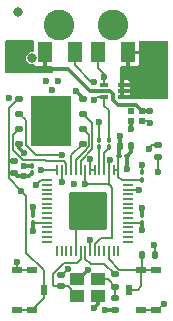
<source format=gtl>
G04 #@! TF.GenerationSoftware,KiCad,Pcbnew,(6.0.5-0)*
G04 #@! TF.CreationDate,2022-09-21T23:51:34-04:00*
G04 #@! TF.ProjectId,pico_ducky_pcb,7069636f-5f64-4756-936b-795f7063622e,rev?*
G04 #@! TF.SameCoordinates,Original*
G04 #@! TF.FileFunction,Copper,L1,Top*
G04 #@! TF.FilePolarity,Positive*
%FSLAX46Y46*%
G04 Gerber Fmt 4.6, Leading zero omitted, Abs format (unit mm)*
G04 Created by KiCad (PCBNEW (6.0.5-0)) date 2022-09-21 23:51:34*
%MOMM*%
%LPD*%
G01*
G04 APERTURE LIST*
G04 Aperture macros list*
%AMRoundRect*
0 Rectangle with rounded corners*
0 $1 Rounding radius*
0 $2 $3 $4 $5 $6 $7 $8 $9 X,Y pos of 4 corners*
0 Add a 4 corners polygon primitive as box body*
4,1,4,$2,$3,$4,$5,$6,$7,$8,$9,$2,$3,0*
0 Add four circle primitives for the rounded corners*
1,1,$1+$1,$2,$3*
1,1,$1+$1,$4,$5*
1,1,$1+$1,$6,$7*
1,1,$1+$1,$8,$9*
0 Add four rect primitives between the rounded corners*
20,1,$1+$1,$2,$3,$4,$5,0*
20,1,$1+$1,$4,$5,$6,$7,0*
20,1,$1+$1,$6,$7,$8,$9,0*
20,1,$1+$1,$8,$9,$2,$3,0*%
G04 Aperture macros list end*
G04 #@! TA.AperFunction,SMDPad,CuDef*
%ADD10RoundRect,0.100000X-0.100000X0.130000X-0.100000X-0.130000X0.100000X-0.130000X0.100000X0.130000X0*%
G04 #@! TD*
G04 #@! TA.AperFunction,SMDPad,CuDef*
%ADD11R,0.812800X0.508000*%
G04 #@! TD*
G04 #@! TA.AperFunction,SMDPad,CuDef*
%ADD12R,0.508000X0.889000*%
G04 #@! TD*
G04 #@! TA.AperFunction,SMDPad,CuDef*
%ADD13R,0.500000X0.500000*%
G04 #@! TD*
G04 #@! TA.AperFunction,SMDPad,CuDef*
%ADD14RoundRect,0.125000X-0.250000X-0.125000X0.250000X-0.125000X0.250000X0.125000X-0.250000X0.125000X0*%
G04 #@! TD*
G04 #@! TA.AperFunction,SMDPad,CuDef*
%ADD15R,3.400000X4.300000*%
G04 #@! TD*
G04 #@! TA.AperFunction,SMDPad,CuDef*
%ADD16RoundRect,0.100000X0.100000X-0.130000X0.100000X0.130000X-0.100000X0.130000X-0.100000X-0.130000X0*%
G04 #@! TD*
G04 #@! TA.AperFunction,SMDPad,CuDef*
%ADD17RoundRect,0.100000X0.130000X0.100000X-0.130000X0.100000X-0.130000X-0.100000X0.130000X-0.100000X0*%
G04 #@! TD*
G04 #@! TA.AperFunction,SMDPad,CuDef*
%ADD18R,1.150000X1.000000*%
G04 #@! TD*
G04 #@! TA.AperFunction,SMDPad,CuDef*
%ADD19R,0.700000X0.340000*%
G04 #@! TD*
G04 #@! TA.AperFunction,SMDPad,CuDef*
%ADD20RoundRect,0.140000X0.170000X-0.140000X0.170000X0.140000X-0.170000X0.140000X-0.170000X-0.140000X0*%
G04 #@! TD*
G04 #@! TA.AperFunction,SMDPad,CuDef*
%ADD21RoundRect,0.050000X-0.387500X-0.050000X0.387500X-0.050000X0.387500X0.050000X-0.387500X0.050000X0*%
G04 #@! TD*
G04 #@! TA.AperFunction,SMDPad,CuDef*
%ADD22RoundRect,0.050000X-0.050000X-0.387500X0.050000X-0.387500X0.050000X0.387500X-0.050000X0.387500X0*%
G04 #@! TD*
G04 #@! TA.AperFunction,SMDPad,CuDef*
%ADD23RoundRect,0.144000X-1.456000X-1.456000X1.456000X-1.456000X1.456000X1.456000X-1.456000X1.456000X0*%
G04 #@! TD*
G04 #@! TA.AperFunction,ComponentPad*
%ADD24C,0.600000*%
G04 #@! TD*
G04 #@! TA.AperFunction,SMDPad,CuDef*
%ADD25RoundRect,0.135000X0.135000X0.185000X-0.135000X0.185000X-0.135000X-0.185000X0.135000X-0.185000X0*%
G04 #@! TD*
G04 #@! TA.AperFunction,SMDPad,CuDef*
%ADD26RoundRect,0.135000X0.185000X-0.135000X0.185000X0.135000X-0.185000X0.135000X-0.185000X-0.135000X0*%
G04 #@! TD*
G04 #@! TA.AperFunction,SMDPad,CuDef*
%ADD27RoundRect,0.140000X-0.170000X0.140000X-0.170000X-0.140000X0.170000X-0.140000X0.170000X0.140000X0*%
G04 #@! TD*
G04 #@! TA.AperFunction,SMDPad,CuDef*
%ADD28RoundRect,0.135000X-0.185000X0.135000X-0.185000X-0.135000X0.185000X-0.135000X0.185000X0.135000X0*%
G04 #@! TD*
G04 #@! TA.AperFunction,SMDPad,CuDef*
%ADD29RoundRect,0.140000X0.140000X0.170000X-0.140000X0.170000X-0.140000X-0.170000X0.140000X-0.170000X0*%
G04 #@! TD*
G04 #@! TA.AperFunction,SMDPad,CuDef*
%ADD30R,1.300000X1.700000*%
G04 #@! TD*
G04 #@! TA.AperFunction,ComponentPad*
%ADD31C,2.600000*%
G04 #@! TD*
G04 #@! TA.AperFunction,ViaPad*
%ADD32C,0.600000*%
G04 #@! TD*
G04 #@! TA.AperFunction,ViaPad*
%ADD33C,0.800000*%
G04 #@! TD*
G04 #@! TA.AperFunction,Conductor*
%ADD34C,0.150000*%
G04 #@! TD*
G04 #@! TA.AperFunction,Conductor*
%ADD35C,0.200000*%
G04 #@! TD*
G04 #@! TA.AperFunction,Conductor*
%ADD36C,0.300000*%
G04 #@! TD*
G04 APERTURE END LIST*
D10*
X91700000Y-54750000D03*
X91700000Y-55390000D03*
D11*
X81150001Y-62999998D03*
D12*
X83399999Y-64700000D03*
D11*
X81150001Y-66400002D03*
X82349999Y-66400002D03*
X82349999Y-62999998D03*
D13*
X90800000Y-50420000D03*
X91700000Y-50420000D03*
X91700000Y-49520000D03*
X90800000Y-49520000D03*
D14*
X81300000Y-48495000D03*
X81300000Y-49765000D03*
X81300000Y-51035000D03*
X81300000Y-52305000D03*
X86700000Y-52305000D03*
X86700000Y-51035000D03*
X86700000Y-49765000D03*
X86700000Y-48495000D03*
D15*
X84000000Y-50400000D03*
D16*
X88900000Y-52620000D03*
X88900000Y-51980000D03*
D17*
X90420000Y-53400000D03*
X89780000Y-53400000D03*
D18*
X86225000Y-65200000D03*
X87975000Y-65200000D03*
X87975000Y-63800000D03*
X86225000Y-63800000D03*
D19*
X88500000Y-47370000D03*
X88500000Y-47870000D03*
X88500000Y-48370000D03*
X90000000Y-48370000D03*
X90000000Y-47870000D03*
X90000000Y-47370000D03*
D10*
X82400000Y-54180000D03*
X82400000Y-54820000D03*
X82495000Y-58365000D03*
X82495000Y-59005000D03*
D20*
X89400000Y-66380000D03*
X89400000Y-65420000D03*
D21*
X83662500Y-55400000D03*
X83662500Y-55800000D03*
X83662500Y-56200000D03*
X83662500Y-56600000D03*
X83662500Y-57000000D03*
X83662500Y-57400000D03*
X83662500Y-57800000D03*
X83662500Y-58200000D03*
X83662500Y-58600000D03*
X83662500Y-59000000D03*
X83662500Y-59400000D03*
X83662500Y-59800000D03*
X83662500Y-60200000D03*
X83662500Y-60600000D03*
D22*
X84500000Y-61437500D03*
X84900000Y-61437500D03*
X85300000Y-61437500D03*
X85700000Y-61437500D03*
X86100000Y-61437500D03*
X86500000Y-61437500D03*
X86900000Y-61437500D03*
X87300000Y-61437500D03*
X87700000Y-61437500D03*
X88100000Y-61437500D03*
X88500000Y-61437500D03*
X88900000Y-61437500D03*
X89300000Y-61437500D03*
X89700000Y-61437500D03*
D21*
X90537500Y-60600000D03*
X90537500Y-60200000D03*
X90537500Y-59800000D03*
X90537500Y-59400000D03*
X90537500Y-59000000D03*
X90537500Y-58600000D03*
X90537500Y-58200000D03*
X90537500Y-57800000D03*
X90537500Y-57400000D03*
X90537500Y-57000000D03*
X90537500Y-56600000D03*
X90537500Y-56200000D03*
X90537500Y-55800000D03*
X90537500Y-55400000D03*
D22*
X89700000Y-54562500D03*
X89300000Y-54562500D03*
X88900000Y-54562500D03*
X88500000Y-54562500D03*
X88100000Y-54562500D03*
X87700000Y-54562500D03*
X87300000Y-54562500D03*
X86900000Y-54562500D03*
X86500000Y-54562500D03*
X86100000Y-54562500D03*
X85700000Y-54562500D03*
X85300000Y-54562500D03*
X84900000Y-54562500D03*
X84500000Y-54562500D03*
D23*
X87100000Y-58000000D03*
D24*
X85825000Y-58000000D03*
X88375000Y-59275000D03*
X88375000Y-58000000D03*
X85825000Y-56725000D03*
X88375000Y-56725000D03*
X87100000Y-56725000D03*
X87100000Y-59275000D03*
X87100000Y-58000000D03*
X85825000Y-59275000D03*
D11*
X92849999Y-66400002D03*
X91650001Y-62999998D03*
X92849999Y-62999998D03*
D12*
X90600001Y-64700000D03*
D11*
X91650001Y-66400002D03*
D25*
X92760000Y-61700000D03*
X91740000Y-61700000D03*
D26*
X89400000Y-64410000D03*
X89400000Y-63390000D03*
D10*
X91700000Y-58380000D03*
X91700000Y-59020000D03*
D27*
X84800000Y-63420000D03*
X84800000Y-64380000D03*
D16*
X88100000Y-52620000D03*
X88100000Y-51980000D03*
D28*
X93050000Y-52460000D03*
X93050000Y-53480000D03*
D29*
X90780000Y-52500000D03*
X89820000Y-52500000D03*
D28*
X80900000Y-53790000D03*
X80900000Y-54810000D03*
D30*
X83500000Y-44595000D03*
X86000000Y-44595000D03*
X88000000Y-44595000D03*
X90500000Y-44595000D03*
D31*
X89250000Y-42245000D03*
X84650000Y-42245000D03*
D32*
X93550000Y-65860000D03*
X91500000Y-46620000D03*
X87100000Y-63030000D03*
X85950000Y-55750000D03*
X91500000Y-47870000D03*
X84000000Y-51500000D03*
D33*
X82350000Y-45070000D03*
D32*
X87625000Y-66205000D03*
X92750000Y-47870000D03*
X82495000Y-57685000D03*
X85150000Y-49130000D03*
X88585000Y-66380000D03*
X81150000Y-62335000D03*
X91700000Y-54110000D03*
X84000000Y-50500000D03*
X92750000Y-44120000D03*
X81700000Y-53100000D03*
X81680000Y-54180000D03*
X90450000Y-54470000D03*
X92750000Y-46620000D03*
X84000000Y-49500000D03*
X90800000Y-51080000D03*
X91700000Y-57800000D03*
X85420000Y-62960000D03*
X80440000Y-48480000D03*
D33*
X81220000Y-41150000D03*
D32*
X92750000Y-45370000D03*
X81950000Y-44170000D03*
X80950000Y-44170000D03*
X92350000Y-49520000D03*
X80950000Y-45070000D03*
X89800000Y-51700000D03*
X92750000Y-60870000D03*
X91700000Y-59600000D03*
X84550000Y-47020000D03*
X92250000Y-52730000D03*
X83550000Y-47020000D03*
X87300000Y-53650000D03*
X87300000Y-60500000D03*
X82695000Y-55835000D03*
X81700000Y-55050000D03*
X82495000Y-59695000D03*
X84050000Y-47770000D03*
X86080000Y-47870000D03*
X89000000Y-53700000D03*
X86900000Y-55750000D03*
X92350000Y-50570000D03*
X83160000Y-54560000D03*
X81467500Y-56327500D03*
X87610000Y-47070000D03*
X87610000Y-48620000D03*
X88500000Y-46660000D03*
X88100000Y-50510000D03*
X84890723Y-53300980D03*
X84900000Y-55550000D03*
X91480000Y-56200000D03*
X93050000Y-54720000D03*
D34*
X92849999Y-66400002D02*
X93009998Y-66400002D01*
X93009998Y-66400002D02*
X93550000Y-65860000D01*
D35*
X86100000Y-59550000D02*
X85825000Y-59275000D01*
D36*
X91700000Y-57800000D02*
X91700000Y-58380000D01*
D34*
X92849999Y-66400002D02*
X91650001Y-66400002D01*
D35*
X81150000Y-62335000D02*
X81150001Y-62999998D01*
X86100000Y-61437500D02*
X86100000Y-59550000D01*
D34*
X81150001Y-62999998D02*
X82349999Y-62999998D01*
D36*
X86330000Y-63800000D02*
X87100000Y-63030000D01*
D34*
X84960000Y-63420000D02*
X85420000Y-62960000D01*
D36*
X86225000Y-63800000D02*
X86330000Y-63800000D01*
X90420000Y-54440000D02*
X90450000Y-54470000D01*
X81300000Y-52305000D02*
X81300000Y-52700000D01*
X82400000Y-54180000D02*
X81680000Y-54180000D01*
D35*
X91700000Y-54750000D02*
X91700000Y-54110000D01*
D36*
X89400000Y-66380000D02*
X88585000Y-66380000D01*
X90780000Y-52500000D02*
X90780000Y-53040000D01*
X90800000Y-50420000D02*
X90800000Y-51080000D01*
D34*
X84800000Y-63420000D02*
X84960000Y-63420000D01*
D36*
X87975000Y-65855000D02*
X87625000Y-66205000D01*
X82495000Y-58365000D02*
X82495000Y-57685000D01*
X90420000Y-53400000D02*
X90420000Y-54440000D01*
X87975000Y-65200000D02*
X87975000Y-65855000D01*
X81300000Y-52700000D02*
X81700000Y-53100000D01*
X90780000Y-53040000D02*
X90420000Y-53400000D01*
X89260000Y-48580000D02*
X89700489Y-49020489D01*
X88500000Y-47870000D02*
X89030000Y-47870000D01*
X91700000Y-49520000D02*
X92200000Y-49520000D01*
X88500000Y-47870000D02*
X87330000Y-47870000D01*
X89030000Y-47870000D02*
X89260000Y-48100000D01*
X89260000Y-48100000D02*
X89260000Y-48580000D01*
X89700489Y-49020489D02*
X91200489Y-49020489D01*
X91200489Y-49020489D02*
X91700000Y-49520000D01*
X85460000Y-46000000D02*
X83460000Y-46000000D01*
X87330000Y-47870000D02*
X85460000Y-46000000D01*
D35*
X83130000Y-55400000D02*
X82695000Y-55835000D01*
D36*
X89800000Y-52480000D02*
X89820000Y-52500000D01*
D35*
X89700000Y-54562500D02*
X89700000Y-53480000D01*
X91680000Y-59000000D02*
X91700000Y-59020000D01*
X91690000Y-55400000D02*
X91700000Y-55390000D01*
D36*
X89780000Y-52540000D02*
X89820000Y-52500000D01*
X81140000Y-55050000D02*
X80900000Y-54810000D01*
D35*
X89300000Y-54562500D02*
X89700000Y-54562500D01*
D36*
X82495000Y-59005000D02*
X82495000Y-59645000D01*
D34*
X92760000Y-61670000D02*
X92760000Y-60870000D01*
D35*
X90537500Y-59000000D02*
X91680000Y-59000000D01*
X90000000Y-55400000D02*
X89700000Y-55100000D01*
D36*
X81700000Y-55050000D02*
X82170000Y-55050000D01*
D34*
X93050000Y-52460000D02*
X92520000Y-52460000D01*
D35*
X87300000Y-53750000D02*
X87300000Y-53650000D01*
D36*
X91700000Y-59020000D02*
X91700000Y-59600000D01*
D35*
X90537500Y-55400000D02*
X90000000Y-55400000D01*
D36*
X86700000Y-48495000D02*
X86700000Y-48490000D01*
X81700000Y-55050000D02*
X81140000Y-55050000D01*
D35*
X89700000Y-55100000D02*
X89700000Y-54562500D01*
X83662500Y-55400000D02*
X83130000Y-55400000D01*
X87700000Y-54562500D02*
X87300000Y-54562500D01*
D36*
X89780000Y-53400000D02*
X89780000Y-52540000D01*
D35*
X82500000Y-59000000D02*
X82495000Y-59005000D01*
X90537500Y-55400000D02*
X91690000Y-55400000D01*
X87300000Y-61437500D02*
X87300000Y-60500000D01*
X89700000Y-53480000D02*
X89780000Y-53400000D01*
D36*
X82170000Y-55050000D02*
X82400000Y-54820000D01*
D35*
X83662500Y-59000000D02*
X82500000Y-59000000D01*
X87300000Y-54562500D02*
X87300000Y-53750000D01*
D36*
X89800000Y-51700000D02*
X89800000Y-52480000D01*
X86700000Y-48490000D02*
X86080000Y-47870000D01*
D34*
X92520000Y-52460000D02*
X92250000Y-52730000D01*
D35*
X89140000Y-60270000D02*
X89180000Y-60230000D01*
X87700000Y-61437500D02*
X87700000Y-60806416D01*
X89180000Y-60230000D02*
X89180000Y-56080000D01*
X86900000Y-55750000D02*
X88850000Y-55750000D01*
X88900000Y-53800000D02*
X89000000Y-53700000D01*
X88900000Y-54562500D02*
X88900000Y-55800000D01*
X88236416Y-60270000D02*
X89140000Y-60270000D01*
X88900000Y-54562500D02*
X88900000Y-53800000D01*
X89180000Y-56080000D02*
X88950000Y-55850000D01*
X87700000Y-60806416D02*
X88236416Y-60270000D01*
X88900000Y-55800000D02*
X88950000Y-55850000D01*
X86900000Y-55750000D02*
X86900000Y-54562500D01*
X88950000Y-55850000D02*
X88850000Y-55750000D01*
D34*
X92200000Y-50420000D02*
X92350000Y-50570000D01*
X91700000Y-50420000D02*
X92200000Y-50420000D01*
X83162500Y-54562500D02*
X83160000Y-54560000D01*
X81467500Y-56327500D02*
X80400000Y-55260000D01*
X81150001Y-66400002D02*
X82349999Y-66400002D01*
X81300000Y-48495000D02*
X81205000Y-48495000D01*
X80400000Y-49300000D02*
X80400000Y-53810000D01*
X80900000Y-53790000D02*
X80420000Y-53790000D01*
X81890000Y-61530577D02*
X81890000Y-56750000D01*
X81890000Y-56750000D02*
X81467500Y-56327500D01*
X80400000Y-55260000D02*
X80400000Y-53810000D01*
X84500000Y-54562500D02*
X83162500Y-54562500D01*
X83399999Y-64700000D02*
X83399999Y-63040576D01*
X80420000Y-53790000D02*
X80400000Y-53810000D01*
X81205000Y-48495000D02*
X80400000Y-49300000D01*
X83399999Y-65350002D02*
X83399999Y-64700000D01*
X83399999Y-63040576D02*
X81890000Y-61530577D01*
X82349999Y-66400002D02*
X83399999Y-65350002D01*
X90600001Y-64700000D02*
X91320000Y-64700000D01*
X88900000Y-62110000D02*
X89789998Y-62999998D01*
X91320000Y-64700000D02*
X91619879Y-64400121D01*
X89789998Y-62999998D02*
X91650001Y-62999998D01*
X91740000Y-62909999D02*
X91650001Y-62999998D01*
X91740000Y-61670000D02*
X91740000Y-62909999D01*
X91619879Y-64400121D02*
X91619879Y-63030120D01*
X91619879Y-63030120D02*
X91650001Y-62999998D01*
X92849999Y-62999998D02*
X91650001Y-62999998D01*
X88900000Y-61437500D02*
X88900000Y-62110000D01*
X88500000Y-49100000D02*
X88500000Y-48370000D01*
X86000000Y-44595000D02*
X86000000Y-45690000D01*
X86000000Y-45690000D02*
X87380000Y-47070000D01*
X87380000Y-47070000D02*
X87610000Y-47070000D01*
X88900000Y-49500000D02*
X88500000Y-49100000D01*
X88500000Y-48370000D02*
X87860000Y-48370000D01*
X88900000Y-51980000D02*
X88900000Y-49500000D01*
X87860000Y-48370000D02*
X87610000Y-48620000D01*
X88500000Y-47370000D02*
X88500000Y-46660000D01*
X88000000Y-45940000D02*
X88000000Y-44595000D01*
X88100000Y-50510000D02*
X88100000Y-51980000D01*
X88500000Y-46440000D02*
X88000000Y-45940000D01*
X88500000Y-46660000D02*
X88500000Y-46440000D01*
X85055202Y-62410000D02*
X86190000Y-62410000D01*
X86190000Y-62410000D02*
X86500000Y-62100000D01*
X84140000Y-64250000D02*
X84140000Y-63325202D01*
X84800000Y-64380000D02*
X84270000Y-64380000D01*
X84270000Y-64380000D02*
X84140000Y-64250000D01*
X84800000Y-64380000D02*
X85405000Y-64380000D01*
X85405000Y-64380000D02*
X86225000Y-65200000D01*
X84140000Y-63325202D02*
X85055202Y-62410000D01*
X86500000Y-62100000D02*
X86500000Y-61437500D01*
X89400000Y-64410000D02*
X88790000Y-63800000D01*
X89400000Y-64410000D02*
X89400000Y-65420000D01*
X88790000Y-63800000D02*
X87975000Y-63800000D01*
X87340000Y-62500000D02*
X86900000Y-62060000D01*
X89400000Y-63390000D02*
X88510000Y-62500000D01*
X88510000Y-62500000D02*
X87340000Y-62500000D01*
X86900000Y-62060000D02*
X86900000Y-61437500D01*
X88100000Y-52620000D02*
X88100000Y-54562500D01*
X88500000Y-53120000D02*
X89000000Y-52620000D01*
X88500000Y-54562500D02*
X88500000Y-53120000D01*
X81300000Y-49765000D02*
X81849520Y-50314520D01*
X81849520Y-52448542D02*
X82701958Y-53300980D01*
X81849520Y-50314520D02*
X81849520Y-52448542D01*
X82701958Y-53300980D02*
X84890723Y-53300980D01*
X84900000Y-55550000D02*
X84900000Y-54562500D01*
X85300000Y-54000000D02*
X85075480Y-53775480D01*
X83515489Y-53705489D02*
X81634428Y-53705489D01*
X83585480Y-53775480D02*
X83515489Y-53705489D01*
X80750480Y-52821541D02*
X80750480Y-51584520D01*
X85075480Y-53775480D02*
X83585480Y-53775480D01*
X80750480Y-51584520D02*
X81300000Y-51035000D01*
X85300000Y-54562500D02*
X85300000Y-54000000D01*
X81634428Y-53705489D02*
X80750480Y-52821541D01*
X85700000Y-53305000D02*
X85700000Y-54562500D01*
X86700000Y-52305000D02*
X85700000Y-53305000D01*
X86800000Y-53000000D02*
X86100000Y-53700000D01*
X87249520Y-51584520D02*
X87249520Y-52554065D01*
X87249520Y-52554065D02*
X86803585Y-53000000D01*
X86100000Y-53700000D02*
X86100000Y-54562500D01*
X86803585Y-53000000D02*
X86800000Y-53000000D01*
X86700000Y-51035000D02*
X87249520Y-51584520D01*
X87499040Y-50564040D02*
X87499040Y-52750960D01*
X87499040Y-52750960D02*
X86500000Y-53750000D01*
X86500000Y-53750000D02*
X86500000Y-54562500D01*
X86700000Y-49765000D02*
X87499040Y-50564040D01*
X93050000Y-53480000D02*
X93050000Y-54720000D01*
X90537500Y-56200000D02*
X91480000Y-56200000D01*
G04 #@! TA.AperFunction,Conductor*
G36*
X82512184Y-43588907D02*
G01*
X82548148Y-43638407D01*
X82552327Y-43680464D01*
X82550332Y-43697577D01*
X82550000Y-43703292D01*
X82550000Y-44474743D01*
X82531093Y-44532934D01*
X82481593Y-44568898D01*
X82436368Y-44572656D01*
X82431497Y-44571928D01*
X82424739Y-44569907D01*
X82344862Y-44569419D01*
X82288427Y-44569074D01*
X82288426Y-44569074D01*
X82281376Y-44569031D01*
X82274599Y-44570968D01*
X82274598Y-44570968D01*
X82150309Y-44606490D01*
X82150307Y-44606491D01*
X82143529Y-44608428D01*
X82022280Y-44684930D01*
X82017613Y-44690214D01*
X82017611Y-44690216D01*
X81932044Y-44787103D01*
X81932042Y-44787105D01*
X81927377Y-44792388D01*
X81866447Y-44922163D01*
X81844391Y-45063823D01*
X81862980Y-45205979D01*
X81920720Y-45337203D01*
X81933792Y-45352754D01*
X82008431Y-45441549D01*
X82008434Y-45441551D01*
X82012970Y-45446948D01*
X82132313Y-45526390D01*
X82220305Y-45553880D01*
X82262425Y-45567039D01*
X82262426Y-45567039D01*
X82269157Y-45569142D01*
X82340828Y-45570456D01*
X82405445Y-45571641D01*
X82405447Y-45571641D01*
X82412499Y-45571770D01*
X82478118Y-45553880D01*
X82539231Y-45556815D01*
X82586949Y-45595112D01*
X82594634Y-45609208D01*
X82594770Y-45609515D01*
X82604946Y-45624321D01*
X82671108Y-45690367D01*
X82685931Y-45700517D01*
X82772980Y-45739000D01*
X82787185Y-45742873D01*
X82802580Y-45744668D01*
X82808292Y-45745000D01*
X83334320Y-45745000D01*
X83347005Y-45740878D01*
X83350000Y-45736757D01*
X83350000Y-44544000D01*
X83368907Y-44485809D01*
X83418407Y-44449845D01*
X83449000Y-44445000D01*
X83551000Y-44445000D01*
X83609191Y-44463907D01*
X83645155Y-44513407D01*
X83650000Y-44544000D01*
X83650000Y-45729320D01*
X83654122Y-45742005D01*
X83658243Y-45745000D01*
X84051000Y-45745000D01*
X84109191Y-45763907D01*
X84145155Y-45813407D01*
X84150000Y-45844000D01*
X84150000Y-46201000D01*
X84131093Y-46259191D01*
X84081593Y-46295155D01*
X84051000Y-46300000D01*
X80199500Y-46300000D01*
X80141309Y-46281093D01*
X80105345Y-46231593D01*
X80100500Y-46201000D01*
X80100500Y-43669000D01*
X80119407Y-43610809D01*
X80168907Y-43574845D01*
X80199500Y-43570000D01*
X82453993Y-43570000D01*
X82512184Y-43588907D01*
G37*
G04 #@! TD.AperFunction*
G04 #@! TA.AperFunction,Conductor*
G36*
X93858691Y-43618907D02*
G01*
X93894655Y-43668407D01*
X93899500Y-43699000D01*
X93899500Y-48441000D01*
X93880593Y-48499191D01*
X93831093Y-48535155D01*
X93800500Y-48540000D01*
X90701452Y-48540000D01*
X90643261Y-48521093D01*
X90641757Y-48520000D01*
X89949000Y-48520000D01*
X89890809Y-48501093D01*
X89854845Y-48451593D01*
X89850000Y-48421000D01*
X89850000Y-48204320D01*
X90150000Y-48204320D01*
X90154122Y-48217005D01*
X90158243Y-48220000D01*
X90634320Y-48220000D01*
X90647005Y-48215878D01*
X90650000Y-48211757D01*
X90650000Y-48158361D01*
X90649653Y-48152501D01*
X90647206Y-48131938D01*
X90647178Y-48108774D01*
X90649668Y-48087417D01*
X90650000Y-48081708D01*
X90650000Y-48035680D01*
X90645878Y-48022995D01*
X90641757Y-48020000D01*
X90165680Y-48020000D01*
X90152995Y-48024122D01*
X90150000Y-48028243D01*
X90150000Y-48204320D01*
X89850000Y-48204320D01*
X89850000Y-47704320D01*
X90150000Y-47704320D01*
X90154122Y-47717005D01*
X90158243Y-47720000D01*
X90634320Y-47720000D01*
X90647005Y-47715878D01*
X90650000Y-47711757D01*
X90650000Y-47658361D01*
X90649653Y-47652501D01*
X90647206Y-47631938D01*
X90647178Y-47608774D01*
X90649668Y-47587417D01*
X90650000Y-47581708D01*
X90650000Y-47535680D01*
X90645878Y-47522995D01*
X90641757Y-47520000D01*
X90165680Y-47520000D01*
X90152995Y-47524122D01*
X90150000Y-47528243D01*
X90150000Y-47704320D01*
X89850000Y-47704320D01*
X89850000Y-47204320D01*
X90150000Y-47204320D01*
X90154122Y-47217005D01*
X90158243Y-47220000D01*
X90634320Y-47220000D01*
X90647005Y-47215878D01*
X90650000Y-47211757D01*
X90650000Y-47158361D01*
X90649654Y-47152515D01*
X90647766Y-47136647D01*
X90643872Y-47122481D01*
X90605230Y-47035486D01*
X90595054Y-47020679D01*
X90528892Y-46954633D01*
X90514069Y-46944483D01*
X90427020Y-46906000D01*
X90412815Y-46902127D01*
X90397420Y-46900332D01*
X90391708Y-46900000D01*
X90165680Y-46900000D01*
X90152995Y-46904122D01*
X90150000Y-46908243D01*
X90150000Y-47204320D01*
X89850000Y-47204320D01*
X89850000Y-45844000D01*
X89868907Y-45785809D01*
X89918407Y-45749845D01*
X89949000Y-45745000D01*
X90334320Y-45745000D01*
X90347005Y-45740878D01*
X90350000Y-45736757D01*
X90350000Y-45729320D01*
X90650000Y-45729320D01*
X90654122Y-45742005D01*
X90658243Y-45745000D01*
X91191639Y-45745000D01*
X91197485Y-45744654D01*
X91213353Y-45742766D01*
X91227519Y-45738872D01*
X91314514Y-45700230D01*
X91329321Y-45690054D01*
X91395367Y-45623892D01*
X91405517Y-45609069D01*
X91444000Y-45522020D01*
X91447873Y-45507815D01*
X91449668Y-45492420D01*
X91450000Y-45486708D01*
X91450000Y-44760680D01*
X91445878Y-44747995D01*
X91441757Y-44745000D01*
X90665680Y-44745000D01*
X90652995Y-44749122D01*
X90650000Y-44753243D01*
X90650000Y-45729320D01*
X90350000Y-45729320D01*
X90350000Y-44544000D01*
X90368907Y-44485809D01*
X90418407Y-44449845D01*
X90449000Y-44445000D01*
X91434320Y-44445000D01*
X91447005Y-44440878D01*
X91450000Y-44436757D01*
X91450000Y-43700426D01*
X91451234Y-43700426D01*
X91465540Y-43645620D01*
X91512840Y-43606807D01*
X91548916Y-43600000D01*
X93800500Y-43600000D01*
X93858691Y-43618907D01*
G37*
G04 #@! TD.AperFunction*
M02*

</source>
